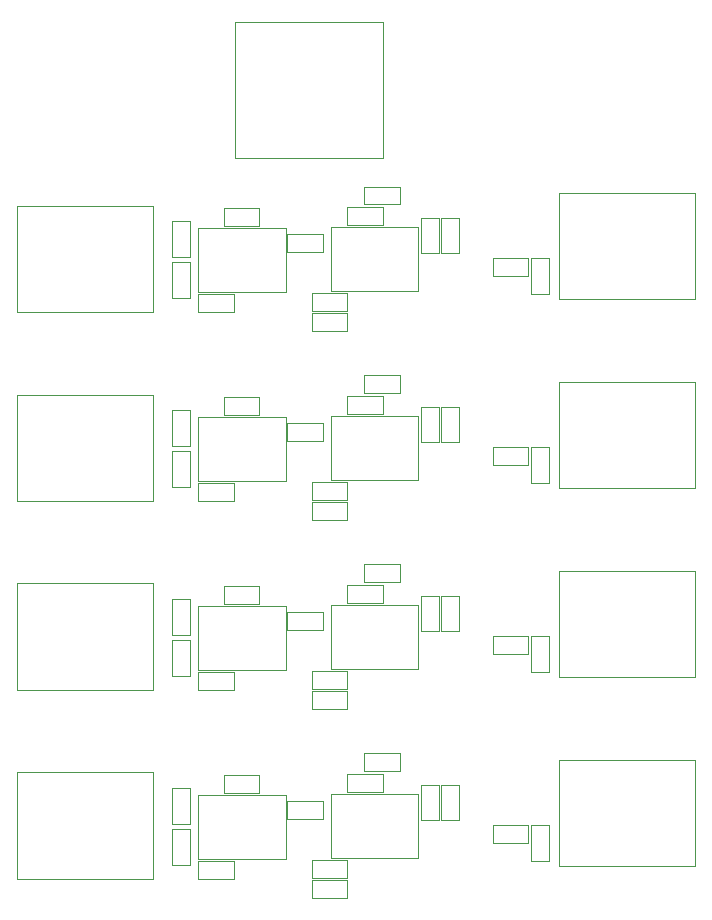
<source format=gbr>
G04*
G04 #@! TF.GenerationSoftware,Altium Limited,Altium Designer,25.1.2 (22)*
G04*
G04 Layer_Color=32768*
%FSLAX25Y25*%
%MOIN*%
G70*
G04*
G04 #@! TF.SameCoordinates,F9270A21-815C-4611-AB15-1A1B74E7ADE5*
G04*
G04*
G04 #@! TF.FilePolarity,Positive*
G04*
G01*
G75*
%ADD27C,0.00197*%
D27*
X165421Y241295D02*
Y247287D01*
X177295Y241295D02*
Y247287D01*
X165421Y241295D02*
X177295D01*
X165421Y247287D02*
X177295D01*
X128642Y280512D02*
Y325787D01*
X79429D02*
X128642D01*
X79429Y280512D02*
Y325787D01*
Y280512D02*
X128642D01*
X140571Y173219D02*
Y194498D01*
X111398Y173219D02*
Y194498D01*
Y173219D02*
X140571D01*
X111398Y194498D02*
X140571D01*
X178008Y46425D02*
X184000D01*
X178008Y58299D02*
X184000D01*
Y46425D02*
Y58299D01*
X178008Y46425D02*
Y58299D01*
X122606Y76138D02*
Y82130D01*
X134480Y76138D02*
Y82130D01*
X122606Y76138D02*
X134480D01*
X122606Y82130D02*
X134480D01*
X108693Y60291D02*
Y66284D01*
X96819Y60291D02*
Y66284D01*
X108693D01*
X96819Y60291D02*
X108693D01*
X87630Y69051D02*
Y75043D01*
X75756Y69051D02*
Y75043D01*
X87630D01*
X75756Y69051D02*
X87630D01*
X96358Y47096D02*
Y68376D01*
X67185Y47096D02*
Y68376D01*
Y47096D02*
X96358D01*
X67185Y68376D02*
X96358D01*
X58421Y133496D02*
X64413D01*
X58421Y121622D02*
X64413D01*
X58421D02*
Y133496D01*
X64413Y121622D02*
Y133496D01*
X96358Y110089D02*
Y131368D01*
X67185Y110089D02*
Y131368D01*
Y110089D02*
X96358D01*
X67185Y131368D02*
X96358D01*
X87630Y132043D02*
Y138035D01*
X75756Y132043D02*
Y138035D01*
X87630D01*
X75756Y132043D02*
X87630D01*
X108693Y123284D02*
Y129276D01*
X96819Y123284D02*
Y129276D01*
X108693D01*
X96819Y123284D02*
X108693D01*
X140571Y110226D02*
Y131506D01*
X111398Y110226D02*
Y131506D01*
Y110226D02*
X140571D01*
X111398Y131506D02*
X140571D01*
X128673Y132437D02*
Y138429D01*
X116799Y132437D02*
Y138429D01*
X128673D01*
X116799Y132437D02*
X128673D01*
X122606Y139130D02*
Y145122D01*
X134480Y139130D02*
Y145122D01*
X122606Y139130D02*
X134480D01*
X122606Y145122D02*
X134480D01*
X87630Y195035D02*
Y201027D01*
X75756Y195035D02*
Y201027D01*
X87630D01*
X75756Y195035D02*
X87630D01*
X58421Y196488D02*
X64413D01*
X58421Y184614D02*
X64413D01*
X58421D02*
Y196488D01*
X64413Y184614D02*
Y196488D01*
X96358Y173081D02*
Y194360D01*
X67185Y173081D02*
Y194360D01*
Y173081D02*
X96358D01*
X67185Y194360D02*
X96358D01*
X108693Y186276D02*
Y192268D01*
X96819Y186276D02*
Y192268D01*
X108693D01*
X96819Y186276D02*
X108693D01*
X128673Y195429D02*
Y201421D01*
X116799Y195429D02*
Y201421D01*
X128673D01*
X116799Y195429D02*
X128673D01*
X122606Y202122D02*
Y208114D01*
X134480Y202122D02*
Y208114D01*
X122606Y202122D02*
X134480D01*
X122606Y208114D02*
X134480D01*
X178008Y172409D02*
X184000D01*
X178008Y184283D02*
X184000D01*
Y172409D02*
Y184283D01*
X178008Y172409D02*
Y184283D01*
X87630Y258028D02*
Y264020D01*
X75756Y258028D02*
Y264020D01*
X87630D01*
X75756Y258028D02*
X87630D01*
X141492Y59811D02*
X147484D01*
X141492Y71685D02*
X147484D01*
Y59811D02*
Y71685D01*
X141492Y59811D02*
Y71685D01*
X148185Y59811D02*
X154177D01*
X148185Y71685D02*
X154177D01*
Y59811D02*
Y71685D01*
X148185Y59811D02*
Y71685D01*
X178008Y109417D02*
X184000D01*
X178008Y121291D02*
X184000D01*
Y109417D02*
Y121291D01*
X178008Y109417D02*
Y121291D01*
X165421Y52319D02*
Y58311D01*
X177295Y52319D02*
Y58311D01*
X165421Y52319D02*
X177295D01*
X165421Y58311D02*
X177295D01*
X128673Y69445D02*
Y75437D01*
X116799Y69445D02*
Y75437D01*
X128673D01*
X116799Y69445D02*
X128673D01*
X140571Y47234D02*
Y68514D01*
X111398Y47234D02*
Y68514D01*
Y47234D02*
X140571D01*
X111398Y68514D02*
X140571D01*
X116961Y34012D02*
Y40004D01*
X105087Y34012D02*
Y40004D01*
X116961D01*
X105087Y34012D02*
X116961D01*
Y40705D02*
Y46697D01*
X105087Y40705D02*
Y46697D01*
X116961D01*
X105087Y40705D02*
X116961D01*
X67094Y40311D02*
Y46303D01*
X78969Y40311D02*
Y46303D01*
X67094Y40311D02*
X78969D01*
X67094Y46303D02*
X78969D01*
X58421Y56823D02*
X64413D01*
X58421Y44949D02*
X64413D01*
X58421D02*
Y56823D01*
X64413Y44949D02*
Y56823D01*
X58421Y70504D02*
X64413D01*
X58421Y58630D02*
X64413D01*
X58421D02*
Y70504D01*
X64413Y58630D02*
Y70504D01*
X165421Y115311D02*
Y121303D01*
X177295Y115311D02*
Y121303D01*
X165421Y115311D02*
X177295D01*
X165421Y121303D02*
X177295D01*
X148185Y122803D02*
X154177D01*
X148185Y134677D02*
X154177D01*
Y122803D02*
Y134677D01*
X148185Y122803D02*
Y134677D01*
X141492Y122803D02*
X147484D01*
X141492Y134677D02*
X147484D01*
Y122803D02*
Y134677D01*
X141492Y122803D02*
Y134677D01*
X116961Y97004D02*
Y102996D01*
X105087Y97004D02*
Y102996D01*
X116961D01*
X105087Y97004D02*
X116961D01*
Y103697D02*
Y109689D01*
X105087Y103697D02*
Y109689D01*
X116961D01*
X105087Y103697D02*
X116961D01*
X67094Y103303D02*
Y109295D01*
X78969Y103303D02*
Y109295D01*
X67094Y103303D02*
X78969D01*
X67094Y109295D02*
X78969D01*
X58421Y119815D02*
X64413D01*
X58421Y107941D02*
X64413D01*
X58421D02*
Y119815D01*
X64413Y107941D02*
Y119815D01*
X6890Y201772D02*
X52165D01*
X6890Y166339D02*
Y201772D01*
Y166339D02*
X52165D01*
Y201772D01*
X165421Y178303D02*
Y184295D01*
X177295Y178303D02*
Y184295D01*
X165421Y178303D02*
X177295D01*
X165421Y184295D02*
X177295D01*
X148185Y185795D02*
X154177D01*
X148185Y197669D02*
X154177D01*
Y185795D02*
Y197669D01*
X148185Y185795D02*
Y197669D01*
X141492Y185795D02*
X147484D01*
X141492Y197669D02*
X147484D01*
Y185795D02*
Y197669D01*
X141492Y185795D02*
Y197669D01*
X116961Y159996D02*
Y165988D01*
X105087Y159996D02*
Y165988D01*
X116961D01*
X105087Y159996D02*
X116961D01*
Y166689D02*
Y172681D01*
X105087Y166689D02*
Y172681D01*
X116961D01*
X105087Y166689D02*
X116961D01*
X67094Y166295D02*
Y172287D01*
X78969Y166295D02*
Y172287D01*
X67094Y166295D02*
X78969D01*
X67094Y172287D02*
X78969D01*
X58421Y182807D02*
X64413D01*
X58421Y170933D02*
X64413D01*
X58421D02*
Y182807D01*
X64413Y170933D02*
Y182807D01*
X58421Y259480D02*
X64413D01*
X58421Y247606D02*
X64413D01*
X58421D02*
Y259480D01*
X64413Y247606D02*
Y259480D01*
X6890Y264764D02*
X52165D01*
X6890Y229331D02*
Y264764D01*
Y229331D02*
X52165D01*
Y264764D01*
X140571Y236211D02*
Y257490D01*
X111398Y236211D02*
Y257490D01*
Y236211D02*
X140571D01*
X111398Y257490D02*
X140571D01*
X128673Y258421D02*
Y264413D01*
X116799Y258421D02*
Y264413D01*
X128673D01*
X116799Y258421D02*
X128673D01*
X122606Y265114D02*
Y271106D01*
X134480Y265114D02*
Y271106D01*
X122606Y265114D02*
X134480D01*
X122606Y271106D02*
X134480D01*
X178008Y235402D02*
X184000D01*
X178008Y247276D02*
X184000D01*
Y235402D02*
Y247276D01*
X178008Y235402D02*
Y247276D01*
X148185Y248787D02*
X154177D01*
X148185Y260661D02*
X154177D01*
Y248787D02*
Y260661D01*
X148185Y248787D02*
Y260661D01*
X141492Y248787D02*
X147484D01*
X141492Y260661D02*
X147484D01*
Y248787D02*
Y260661D01*
X141492Y248787D02*
Y260661D01*
X116961Y222988D02*
Y228980D01*
X105087Y222988D02*
Y228980D01*
X116961D01*
X105087Y222988D02*
X116961D01*
Y229681D02*
Y235673D01*
X105087Y229681D02*
Y235673D01*
X116961D01*
X105087Y229681D02*
X116961D01*
X67094Y229287D02*
Y235279D01*
X78969Y229287D02*
Y235279D01*
X67094Y229287D02*
X78969D01*
X67094Y235279D02*
X78969D01*
X108693Y249268D02*
Y255260D01*
X96819Y249268D02*
Y255260D01*
X108693D01*
X96819Y249268D02*
X108693D01*
X96358Y236073D02*
Y257352D01*
X67185Y236073D02*
Y257352D01*
Y236073D02*
X96358D01*
X67185Y257352D02*
X96358D01*
X58421Y245799D02*
X64413D01*
X58421Y233925D02*
X64413D01*
X58421D02*
Y245799D01*
X64413Y233925D02*
Y245799D01*
X187598Y233465D02*
X232874D01*
Y268898D01*
X187598D02*
X232874D01*
X187598Y233465D02*
Y268898D01*
Y170472D02*
X232874D01*
Y205906D01*
X187598D02*
X232874D01*
X187598Y170472D02*
Y205906D01*
X6890Y138779D02*
X52165D01*
X6890Y103347D02*
Y138779D01*
Y103347D02*
X52165D01*
Y138779D01*
X187598Y107480D02*
X232874D01*
Y142913D01*
X187598D02*
X232874D01*
X187598Y107480D02*
Y142913D01*
X6890Y75787D02*
X52165D01*
X6890Y40354D02*
Y75787D01*
Y40354D02*
X52165D01*
Y75787D01*
X187598Y44488D02*
X232874D01*
Y79921D01*
X187598D02*
X232874D01*
X187598Y44488D02*
Y79921D01*
M02*

</source>
